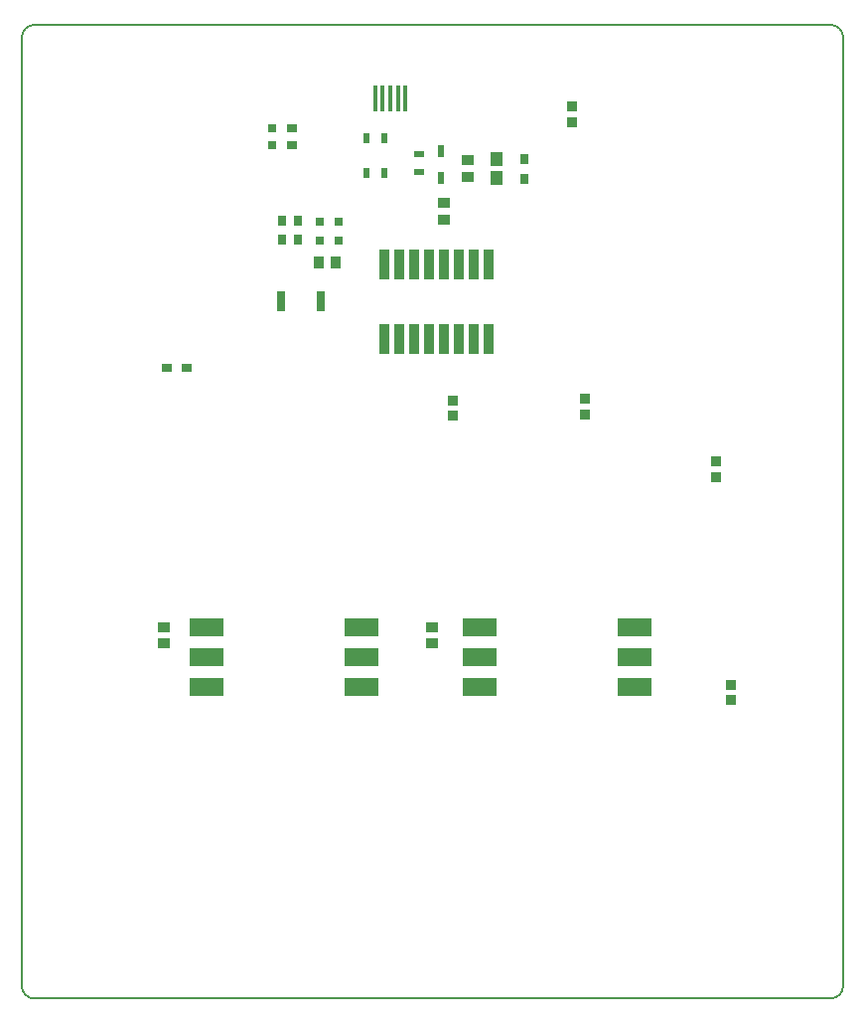
<source format=gtp>
G04*
G04 #@! TF.GenerationSoftware,Altium Limited,Altium Designer,20.0.10 (225)*
G04*
G04 Layer_Color=8421504*
%FSLAX25Y25*%
%MOIN*%
G70*
G01*
G75*
%ADD10C,0.00787*%
%ADD20R,0.03543X0.03150*%
%ADD21R,0.03150X0.06693*%
%ADD22R,0.03740X0.03347*%
%ADD23R,0.02362X0.03543*%
%ADD24R,0.01972X0.04375*%
%ADD25R,0.03543X0.02362*%
%ADD26R,0.04134X0.03740*%
%ADD27R,0.03985X0.04758*%
%ADD28R,0.03150X0.03543*%
%ADD29R,0.03543X0.09843*%
%ADD30R,0.11811X0.05906*%
%ADD31R,0.02756X0.03543*%
%ADD32R,0.03740X0.04134*%
%ADD33R,0.03150X0.03150*%
%ADD34R,0.03543X0.02756*%
%ADD35R,0.03000X0.02800*%
%ADD36R,0.01600X0.09055*%
%ADD37R,0.03937X0.03543*%
D10*
X422874Y1236606D02*
G03*
X427016Y1240748I0J4142D01*
G01*
X151350D02*
G03*
X155492Y1236606I4142J0D01*
G01*
X427016Y1558858D02*
G03*
X422874Y1563000I-4142J0D01*
G01*
X155492Y1562992D02*
G03*
X151350Y1558850I0J-4142D01*
G01*
X427000Y1240555D02*
Y1558858D01*
X155488Y1236610D02*
X423055D01*
X151350Y1240748D02*
Y1558850D01*
X155492Y1562992D02*
X422874D01*
D20*
X206846Y1448000D02*
D03*
X200153D02*
D03*
D21*
X251693Y1470500D02*
D03*
X238307D02*
D03*
D22*
X336000Y1530441D02*
D03*
Y1535559D02*
D03*
X389500Y1341768D02*
D03*
Y1336650D02*
D03*
X296000Y1431941D02*
D03*
Y1437059D02*
D03*
X340500Y1437559D02*
D03*
Y1432441D02*
D03*
X384500Y1411441D02*
D03*
Y1416559D02*
D03*
D23*
X272953Y1513500D02*
D03*
X267047D02*
D03*
X272953Y1525000D02*
D03*
X267047D02*
D03*
D24*
X292097Y1520770D02*
D03*
Y1511715D02*
D03*
D25*
X284597Y1519696D02*
D03*
Y1513790D02*
D03*
D26*
X301097Y1511889D02*
D03*
Y1517597D02*
D03*
X293000Y1503354D02*
D03*
Y1497646D02*
D03*
D27*
X310597Y1511586D02*
D03*
Y1517900D02*
D03*
D28*
X320097Y1511358D02*
D03*
Y1518051D02*
D03*
D29*
X308000Y1457744D02*
D03*
X303000D02*
D03*
X273000D02*
D03*
X278000D02*
D03*
X283000D02*
D03*
X288000D02*
D03*
X293000D02*
D03*
X298000D02*
D03*
X308000Y1482650D02*
D03*
X303000D02*
D03*
X298000D02*
D03*
X293000D02*
D03*
X273000D02*
D03*
X278000D02*
D03*
X283000D02*
D03*
X288000D02*
D03*
D30*
X356984Y1361000D02*
D03*
Y1351000D02*
D03*
Y1341000D02*
D03*
X305016D02*
D03*
Y1351000D02*
D03*
Y1361000D02*
D03*
X265484D02*
D03*
Y1351000D02*
D03*
Y1341000D02*
D03*
X213516D02*
D03*
Y1351000D02*
D03*
Y1361000D02*
D03*
D31*
X238623Y1497221D02*
D03*
X244135D02*
D03*
X238623Y1490993D02*
D03*
X244135D02*
D03*
D32*
X256854Y1483500D02*
D03*
X251146D02*
D03*
D33*
X235500Y1522547D02*
D03*
Y1528453D02*
D03*
D34*
X242000Y1522744D02*
D03*
Y1528256D02*
D03*
D35*
X251524Y1490764D02*
D03*
X257624D02*
D03*
X251524Y1496992D02*
D03*
X257624D02*
D03*
D36*
X269957Y1538402D02*
D03*
X272532D02*
D03*
X275091D02*
D03*
X277650D02*
D03*
X280193D02*
D03*
D37*
X199000Y1355831D02*
D03*
Y1361146D02*
D03*
X289000Y1355831D02*
D03*
Y1361146D02*
D03*
M02*

</source>
